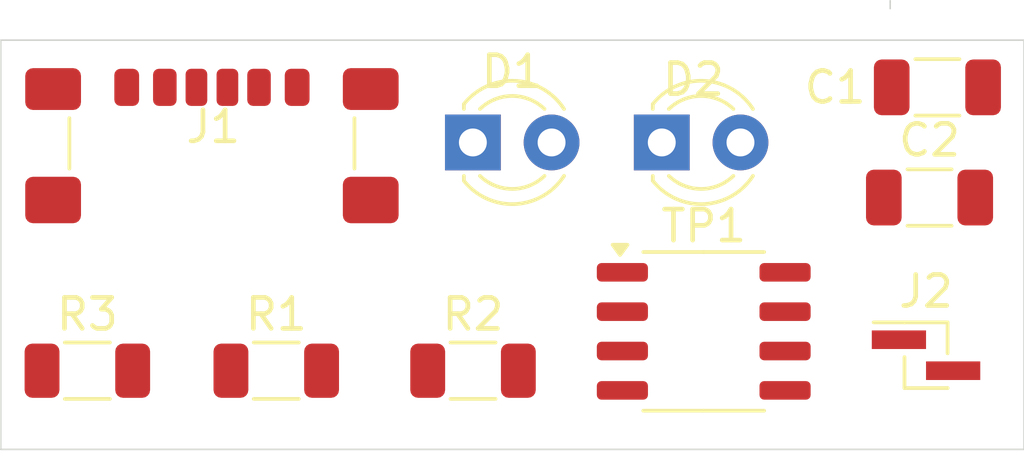
<source format=kicad_pcb>
(kicad_pcb (version 20240108) (generator "pcbnew") (generator_version "8.0")
  (layers (0 "F.Cu" signal) (31 "B.Cu" signal) (34 "B.Paste" user) (35 "F.Paste" user) (36 "B.SilkS" user "B.Silkscreen") (37 "F.SilkS" user "F.Silkscreen") (38 "B.Mask" user) (39 "F.Mask" user) (44 "Edge.Cuts" user))
  (net 0 "")
  (net 1 "GND")
  (net 2 "VCC")
  (net 3 "VD")
  (net 4 "Net-(D1-K)")
  (net 5 "Net-(D2-K)")
  (net 12 "Net-(TP1-STDBY)")
  (net 13 "Net-(TP1-CHRG)")
  (net 14 "Net-(TP1-PROG)")
  (footprint "Capacitor_SMD:C_1206_3216Metric" (layer "F.Cu") (at 158.75 94.742)
    (property "Reference" "C2" (at 0 -1.85 0) (layer "F.SilkS"))
    (property "Value" "10 uf")
    (fp_line (start -0.711252 -0.91) (end 0.711252 -0.91) (stroke (width 0.12)) (layer "F.SilkS"))
    (fp_line (start -0.711252 0.91) (end 0.711252 0.91) (stroke (width 0.12)) (layer "F.SilkS"))
    (pad "1" smd roundrect (at -1.475 0) (size 1.15 1.8) (layers "F.Cu" "F.Paste" "F.Mask") (roundrect_rratio 0.217391) (net 3 "VD"))
    (pad "2" smd roundrect (at 1.475 0) (size 1.15 1.8) (layers "F.Cu" "F.Paste" "F.Mask") (roundrect_rratio 0.217391) (net 1 "GND"))
  )
  (footprint "Resistor_SMD:R_1206_3216Metric" (layer "F.Cu") (at 144.018 100.33)
    (property "Reference" "R2" (at 0 -1.82 0) (layer "F.SilkS"))
    (property "Value" "100")
    (fp_line (start -0.727064 -0.91) (end 0.727064 -0.91) (stroke (width 0.12)) (layer "F.SilkS"))
    (fp_line (start -0.727064 0.91) (end 0.727064 0.91) (stroke (width 0.12)) (layer "F.SilkS"))
    (pad "1" smd roundrect (at -1.4625 0) (size 1.125 1.75) (layers "F.Cu" "F.Paste" "F.Mask") (roundrect_rratio 0.222222) (net 5 "Net-(D2-K)"))
    (pad "2" smd roundrect (at 1.4625 0) (size 1.125 1.75) (layers "F.Cu" "F.Paste" "F.Mask") (roundrect_rratio 0.222222) (net 13 "Net-(TP1-CHRG)"))
  )
  (footprint "Resistor_SMD:R_1206_3216Metric" (layer "F.Cu") (at 131.572 100.33)
    (property "Reference" "R3" (at 0 -1.82 0) (layer "F.SilkS"))
    (property "Value" "10k")
    (fp_line (start -0.727064 -0.91) (end 0.727064 -0.91) (stroke (width 0.12)) (layer "F.SilkS"))
    (fp_line (start -0.727064 0.91) (end 0.727064 0.91) (stroke (width 0.12)) (layer "F.SilkS"))
    (pad "1" smd roundrect (at -1.4625 0) (size 1.125 1.75) (layers "F.Cu" "F.Paste" "F.Mask") (roundrect_rratio 0.222222) (net 14 "Net-(TP1-PROG)"))
    (pad "2" smd roundrect (at 1.4625 0) (size 1.125 1.75) (layers "F.Cu" "F.Paste" "F.Mask") (roundrect_rratio 0.222222) (net 1 "GND"))
  )
  (footprint "LED_THT:LED_D3.0mm" (layer "F.Cu") (at 150.109 92.964)
    (property "Reference" "D2" (at 1.021 -2.032 0) (layer "F.SilkS"))
    (property "Value" "LED")
    (fp_line (start -0.29 -1.236) (end -0.29 -1.08) (stroke (width 0.12)) (layer "F.SilkS"))
    (fp_line (start -0.29 1.08) (end -0.29 1.236) (stroke (width 0.12)) (layer "F.SilkS"))
    (fp_arc (start -0.29 -1.235516) (mid 1.366487 -1.987659) (end 2.942335 -1.078608) (stroke (width 0.12)) (layer "F.SilkS"))
    (fp_arc (start 0.229039 -1.08) (mid 1.270117 -1.5) (end 2.31113 -1.079837) (stroke (width 0.12)) (layer "F.SilkS"))
    (fp_arc (start 2.31113 1.079837) (mid 1.270117 1.5) (end 0.229039 1.08) (stroke (width 0.12)) (layer "F.SilkS"))
    (fp_arc (start 2.942335 1.078608) (mid 1.366487 1.987659) (end -0.29 1.235516) (stroke (width 0.12)) (layer "F.SilkS"))
    (pad "1" thru_hole rect (at 0 0) (size 1.8 1.8) (drill 0.9) (layers "*.Cu" "*.Mask") (net 5 "Net-(D2-K)"))
    (pad "2" thru_hole circle (at 2.54 0) (size 1.8 1.8) (drill 0.9) (layers "*.Cu" "*.Mask") (net 2 "VCC"))
  )
  (footprint "Package_SO:SOP-8_3.9x4.9mm_P1.27mm" (layer "F.Cu") (at 151.463 99.06)
    (property "Reference" "TP1" (at 0 -3.4 0) (layer "F.SilkS"))
    (property "Value" "~")
    (fp_line (start 0 -2.56) (end -1.95 -2.56) (stroke (width 0.12)) (layer "F.SilkS"))
    (fp_line (start 0 -2.56) (end 1.95 -2.56) (stroke (width 0.12)) (layer "F.SilkS"))
    (fp_line (start 0 2.56) (end -1.95 2.56) (stroke (width 0.12)) (layer "F.SilkS"))
    (fp_line (start 0 2.56) (end 1.95 2.56) (stroke (width 0.12)) (layer "F.SilkS"))
    (fp_poly (pts (xy -2.7 -2.465) (xy -2.94 -2.795) (xy -2.46 -2.795) (xy -2.7 -2.465)) (stroke (width 0.12)) (fill solid) (layer "F.SilkS"))
    (pad "1" smd roundrect (at -2.625 -1.905) (size 1.65 0.6) (layers "F.Cu" "F.Paste" "F.Mask") (net 1 "GND"))
    (pad "2" smd roundrect (at -2.625 -0.635) (size 1.65 0.6) (layers "F.Cu" "F.Paste" "F.Mask") (net 14 "Net-(TP1-PROG)"))
    (pad "3" smd roundrect (at -2.625 0.635) (size 1.65 0.6) (layers "F.Cu" "F.Paste" "F.Mask") (net 1 "GND"))
    (pad "4" smd roundrect (at -2.625 1.905) (size 1.65 0.6) (layers "F.Cu" "F.Paste" "F.Mask") (net 2 "VCC"))
    (pad "5" smd roundrect (at 2.625 1.905) (size 1.65 0.6) (layers "F.Cu" "F.Paste" "F.Mask") (net 3 "VD"))
    (pad "6" smd roundrect (at 2.625 0.635) (size 1.65 0.6) (layers "F.Cu" "F.Paste" "F.Mask") (net 12 "Net-(TP1-STDBY)"))
    (pad "7" smd roundrect (at 2.625 -0.635) (size 1.65 0.6) (layers "F.Cu" "F.Paste" "F.Mask") (net 13 "Net-(TP1-CHRG)"))
    (pad "8" smd roundrect (at 2.625 -1.905) (size 1.65 0.6) (layers "F.Cu" "F.Paste" "F.Mask") (net 2 "VCC"))
  )
  (footprint "Connector_USB:USB_C_Receptacle_GCT_USB4135-GF-A_6P_TopMnt_Horizontal" (layer "F.Cu") (at 135.592 94.2185)
    (property "Reference" "J1" (at 0.044 -1.7625 0) (layer "F.SilkS"))
    (property "Value" "USB_C_Receptacle_PowerOnly_6P")
    (fp_line (start -4.6 -2.04) (end -4.6 -0.41) (stroke (width 0.12)) (layer "F.SilkS"))
    (fp_line (start 4.6 -2.04) (end 4.6 -0.41) (stroke (width 0.12)) (layer "F.SilkS"))
    (pad "A5" smd roundrect (at -0.5 -3.0325) (size 0.7 1.2) (layers "F.Cu" "F.Paste" "F.Mask"))
    (pad "A9" smd roundrect (at 1.52 -3.0325 180) (size 0.76 1.2) (layers "F.Cu" "F.Paste" "F.Mask") (net 2 "VCC"))
    (pad "A12" smd roundrect (at 2.75 -3.0325 180) (size 0.8 1.2) (layers "F.Cu" "F.Paste" "F.Mask") (net 1 "GND"))
    (pad "B5" smd roundrect (at 0.5 -3.0325 180) (size 0.7 1.2) (layers "F.Cu" "F.Paste" "F.Mask"))
    (pad "B9" smd roundrect (at -1.52 -3.0325) (size 0.76 1.2) (layers "F.Cu" "F.Paste" "F.Mask") (net 2 "VCC"))
    (pad "B12" smd roundrect (at -2.75 -3.0325) (size 0.8 1.2) (layers "F.Cu" "F.Paste" "F.Mask") (net 1 "GND"))
    (pad "S1" smd roundrect (at -5.125 -2.9775) (size 1.8 1.35) (layers "F.Cu" "F.Paste" "F.Mask") (roundrect_rratio 0.1851851852))
    (pad "S1" smd roundrect (at -5.125 0.6025) (size 1.8 1.5) (layers "F.Cu" "F.Paste" "F.Mask") (roundrect_rratio 0.1666666667))
    (pad "S1" smd roundrect (at 5.125 -2.9775) (size 1.8 1.35) (layers "F.Cu" "F.Paste" "F.Mask") (roundrect_rratio 0.1851851852))
    (pad "S1" smd roundrect (at 5.125 0.6025) (size 1.8 1.5) (layers "F.Cu" "F.Paste" "F.Mask") (roundrect_rratio 0.1666666667))
  )
  (footprint "Capacitor_SMD:C_1206_3216Metric" (layer "F.Cu") (at 159.004 91.186)
    (property "Reference" "C1" (at -3.302 0 0) (layer "F.SilkS"))
    (property "Value" "10 uf")
    (fp_line (start -0.711252 -0.91) (end 0.711252 -0.91) (stroke (width 0.12)) (layer "F.SilkS"))
    (fp_line (start -0.711252 0.91) (end 0.711252 0.91) (stroke (width 0.12)) (layer "F.SilkS"))
    (pad "1" smd roundrect (at -1.475 0) (size 1.15 1.8) (layers "F.Cu" "F.Paste" "F.Mask") (roundrect_rratio 0.217391) (net 2 "VCC"))
    (pad "2" smd roundrect (at 1.475 0) (size 1.15 1.8) (layers "F.Cu" "F.Paste" "F.Mask") (roundrect_rratio 0.217391) (net 1 "GND"))
  )
  (footprint "Resistor_SMD:R_1206_3216Metric" (layer "F.Cu") (at 137.668 100.33)
    (property "Reference" "R1" (at 0 -1.82 0) (layer "F.SilkS"))
    (property "Value" "100")
    (fp_line (start -0.727064 -0.91) (end 0.727064 -0.91) (stroke (width 0.12)) (layer "F.SilkS"))
    (fp_line (start -0.727064 0.91) (end 0.727064 0.91) (stroke (width 0.12)) (layer "F.SilkS"))
    (pad "1" smd roundrect (at -1.4625 0) (size 1.125 1.75) (layers "F.Cu" "F.Paste" "F.Mask") (roundrect_rratio 0.222222) (net 4 "Net-(D1-K)"))
    (pad "2" smd roundrect (at 1.4625 0) (size 1.125 1.75) (layers "F.Cu" "F.Paste" "F.Mask") (roundrect_rratio 0.222222) (net 12 "Net-(TP1-STDBY)"))
  )
  (footprint "LED_THT:LED_D3.0mm" (layer "F.Cu") (at 144.013 92.964)
    (property "Reference" "D1" (at 1.27 -2.286 0) (layer "F.SilkS"))
    (property "Value" "LED")
    (fp_line (start -0.29 -1.236) (end -0.29 -1.08) (stroke (width 0.12)) (layer "F.SilkS"))
    (fp_line (start -0.29 1.08) (end -0.29 1.236) (stroke (width 0.12)) (layer "F.SilkS"))
    (fp_arc (start -0.29 -1.235516) (mid 1.366487 -1.987659) (end 2.942335 -1.078608) (stroke (width 0.12)) (layer "F.SilkS"))
    (fp_arc (start 0.229039 -1.08) (mid 1.270117 -1.5) (end 2.31113 -1.079837) (stroke (width 0.12)) (layer "F.SilkS"))
    (fp_arc (start 2.31113 1.079837) (mid 1.270117 1.5) (end 0.229039 1.08) (stroke (width 0.12)) (layer "F.SilkS"))
    (fp_arc (start 2.942335 1.078608) (mid 1.366487 1.987659) (end -0.29 1.235516) (stroke (width 0.12)) (layer "F.SilkS"))
    (pad "1" thru_hole rect (at 0 0) (size 1.8 1.8) (drill 0.9) (layers "*.Cu" "*.Mask") (net 4 "Net-(D1-K)"))
    (pad "2" thru_hole circle (at 2.54 0) (size 1.8 1.8) (drill 0.9) (layers "*.Cu" "*.Mask") (net 2 "VCC"))
  )
  (footprint "Connector_PinHeader_1.00mm:PinHeader_1x02_P1.00mm_Vertical_SMD_Pin1Left" (layer "F.Cu") (at 158.637 99.83)
    (property "Reference" "J2" (at 0 -2.06 0) (layer "F.SilkS"))
    (property "Value" "Conn_01x02_Pin")
    (fp_line (start -0.695 -1.06) (end -1.69 -1.06) (stroke (width 0.12)) (layer "F.SilkS"))
    (fp_line (start -0.695 -1.06) (end -0.695 -1.06) (stroke (width 0.12)) (layer "F.SilkS"))
    (fp_line (start -0.695 -1.06) (end 0.695 -1.06) (stroke (width 0.12)) (layer "F.SilkS"))
    (fp_line (start -0.695 0.06) (end -0.695 1.06) (stroke (width 0.12)) (layer "F.SilkS"))
    (fp_line (start -0.695 1.06) (end 0.695 1.06) (stroke (width 0.12)) (layer "F.SilkS"))
    (fp_line (start 0.695 -1.06) (end 0.695 -0.06) (stroke (width 0.12)) (layer "F.SilkS"))
    (fp_line (start 0.695 1.06) (end 0.695 1.06) (stroke (width 0.12)) (layer "F.SilkS"))
    (pad "1" smd rect (at -0.875 -0.5) (size 1.75 0.6) (layers "F.Cu" "F.Paste" "F.Mask") (net 3 "VD"))
    (pad "2" smd rect (at 0.875 0.5) (size 1.75 0.6) (layers "F.Cu" "F.Paste" "F.Mask") (net 1 "GND"))
  )
  (gr_rect (start 128.778 89.662) (end 161.798 102.87) (stroke (width 0.05)) (fill none) (layer "Edge.Cuts"))
  (gr_rect (start 157.48 88.392) (end 157.48 88.646) (stroke (width 0.05)) (fill none) (layer "Edge.Cuts"))
)
</source>
